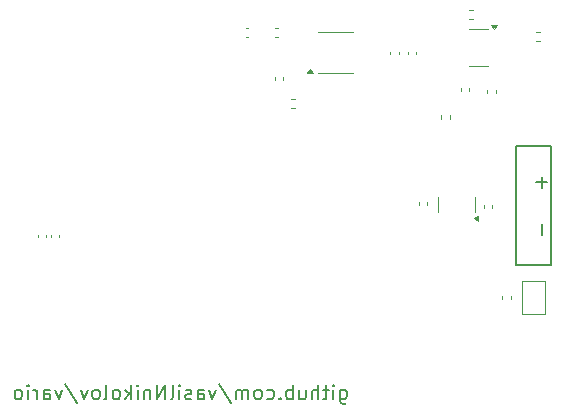
<source format=gbr>
%TF.GenerationSoftware,KiCad,Pcbnew,8.0.9-8.0.9-0~ubuntu24.04.1*%
%TF.CreationDate,2025-05-04T14:54:54+03:00*%
%TF.ProjectId,vario_kicad,76617269-6f5f-46b6-9963-61642e6b6963,rev?*%
%TF.SameCoordinates,Original*%
%TF.FileFunction,Legend,Bot*%
%TF.FilePolarity,Positive*%
%FSLAX46Y46*%
G04 Gerber Fmt 4.6, Leading zero omitted, Abs format (unit mm)*
G04 Created by KiCad (PCBNEW 8.0.9-8.0.9-0~ubuntu24.04.1) date 2025-05-04 14:54:54*
%MOMM*%
%LPD*%
G01*
G04 APERTURE LIST*
%ADD10C,0.200000*%
%ADD11C,0.120000*%
G04 APERTURE END LIST*
D10*
X148648422Y-144202742D02*
X148648422Y-145174171D01*
X148648422Y-145174171D02*
X148705564Y-145288457D01*
X148705564Y-145288457D02*
X148762707Y-145345600D01*
X148762707Y-145345600D02*
X148876993Y-145402742D01*
X148876993Y-145402742D02*
X149048422Y-145402742D01*
X149048422Y-145402742D02*
X149162707Y-145345600D01*
X148648422Y-144945600D02*
X148762707Y-145002742D01*
X148762707Y-145002742D02*
X148991279Y-145002742D01*
X148991279Y-145002742D02*
X149105564Y-144945600D01*
X149105564Y-144945600D02*
X149162707Y-144888457D01*
X149162707Y-144888457D02*
X149219850Y-144774171D01*
X149219850Y-144774171D02*
X149219850Y-144431314D01*
X149219850Y-144431314D02*
X149162707Y-144317028D01*
X149162707Y-144317028D02*
X149105564Y-144259885D01*
X149105564Y-144259885D02*
X148991279Y-144202742D01*
X148991279Y-144202742D02*
X148762707Y-144202742D01*
X148762707Y-144202742D02*
X148648422Y-144259885D01*
X148076993Y-145002742D02*
X148076993Y-144202742D01*
X148076993Y-143802742D02*
X148134136Y-143859885D01*
X148134136Y-143859885D02*
X148076993Y-143917028D01*
X148076993Y-143917028D02*
X148019850Y-143859885D01*
X148019850Y-143859885D02*
X148076993Y-143802742D01*
X148076993Y-143802742D02*
X148076993Y-143917028D01*
X147676993Y-144202742D02*
X147219850Y-144202742D01*
X147505564Y-143802742D02*
X147505564Y-144831314D01*
X147505564Y-144831314D02*
X147448421Y-144945600D01*
X147448421Y-144945600D02*
X147334136Y-145002742D01*
X147334136Y-145002742D02*
X147219850Y-145002742D01*
X146819850Y-145002742D02*
X146819850Y-143802742D01*
X146305565Y-145002742D02*
X146305565Y-144374171D01*
X146305565Y-144374171D02*
X146362707Y-144259885D01*
X146362707Y-144259885D02*
X146476993Y-144202742D01*
X146476993Y-144202742D02*
X146648422Y-144202742D01*
X146648422Y-144202742D02*
X146762707Y-144259885D01*
X146762707Y-144259885D02*
X146819850Y-144317028D01*
X145219851Y-144202742D02*
X145219851Y-145002742D01*
X145734136Y-144202742D02*
X145734136Y-144831314D01*
X145734136Y-144831314D02*
X145676993Y-144945600D01*
X145676993Y-144945600D02*
X145562708Y-145002742D01*
X145562708Y-145002742D02*
X145391279Y-145002742D01*
X145391279Y-145002742D02*
X145276993Y-144945600D01*
X145276993Y-144945600D02*
X145219851Y-144888457D01*
X144648422Y-145002742D02*
X144648422Y-143802742D01*
X144648422Y-144259885D02*
X144534137Y-144202742D01*
X144534137Y-144202742D02*
X144305565Y-144202742D01*
X144305565Y-144202742D02*
X144191279Y-144259885D01*
X144191279Y-144259885D02*
X144134137Y-144317028D01*
X144134137Y-144317028D02*
X144076994Y-144431314D01*
X144076994Y-144431314D02*
X144076994Y-144774171D01*
X144076994Y-144774171D02*
X144134137Y-144888457D01*
X144134137Y-144888457D02*
X144191279Y-144945600D01*
X144191279Y-144945600D02*
X144305565Y-145002742D01*
X144305565Y-145002742D02*
X144534137Y-145002742D01*
X144534137Y-145002742D02*
X144648422Y-144945600D01*
X143562708Y-144888457D02*
X143505565Y-144945600D01*
X143505565Y-144945600D02*
X143562708Y-145002742D01*
X143562708Y-145002742D02*
X143619851Y-144945600D01*
X143619851Y-144945600D02*
X143562708Y-144888457D01*
X143562708Y-144888457D02*
X143562708Y-145002742D01*
X142476994Y-144945600D02*
X142591279Y-145002742D01*
X142591279Y-145002742D02*
X142819851Y-145002742D01*
X142819851Y-145002742D02*
X142934136Y-144945600D01*
X142934136Y-144945600D02*
X142991279Y-144888457D01*
X142991279Y-144888457D02*
X143048422Y-144774171D01*
X143048422Y-144774171D02*
X143048422Y-144431314D01*
X143048422Y-144431314D02*
X142991279Y-144317028D01*
X142991279Y-144317028D02*
X142934136Y-144259885D01*
X142934136Y-144259885D02*
X142819851Y-144202742D01*
X142819851Y-144202742D02*
X142591279Y-144202742D01*
X142591279Y-144202742D02*
X142476994Y-144259885D01*
X141791280Y-145002742D02*
X141905565Y-144945600D01*
X141905565Y-144945600D02*
X141962708Y-144888457D01*
X141962708Y-144888457D02*
X142019851Y-144774171D01*
X142019851Y-144774171D02*
X142019851Y-144431314D01*
X142019851Y-144431314D02*
X141962708Y-144317028D01*
X141962708Y-144317028D02*
X141905565Y-144259885D01*
X141905565Y-144259885D02*
X141791280Y-144202742D01*
X141791280Y-144202742D02*
X141619851Y-144202742D01*
X141619851Y-144202742D02*
X141505565Y-144259885D01*
X141505565Y-144259885D02*
X141448423Y-144317028D01*
X141448423Y-144317028D02*
X141391280Y-144431314D01*
X141391280Y-144431314D02*
X141391280Y-144774171D01*
X141391280Y-144774171D02*
X141448423Y-144888457D01*
X141448423Y-144888457D02*
X141505565Y-144945600D01*
X141505565Y-144945600D02*
X141619851Y-145002742D01*
X141619851Y-145002742D02*
X141791280Y-145002742D01*
X140876994Y-145002742D02*
X140876994Y-144202742D01*
X140876994Y-144317028D02*
X140819851Y-144259885D01*
X140819851Y-144259885D02*
X140705566Y-144202742D01*
X140705566Y-144202742D02*
X140534137Y-144202742D01*
X140534137Y-144202742D02*
X140419851Y-144259885D01*
X140419851Y-144259885D02*
X140362709Y-144374171D01*
X140362709Y-144374171D02*
X140362709Y-145002742D01*
X140362709Y-144374171D02*
X140305566Y-144259885D01*
X140305566Y-144259885D02*
X140191280Y-144202742D01*
X140191280Y-144202742D02*
X140019851Y-144202742D01*
X140019851Y-144202742D02*
X139905566Y-144259885D01*
X139905566Y-144259885D02*
X139848423Y-144374171D01*
X139848423Y-144374171D02*
X139848423Y-145002742D01*
X138419851Y-143745600D02*
X139448423Y-145288457D01*
X138134137Y-144202742D02*
X137848423Y-145002742D01*
X137848423Y-145002742D02*
X137562708Y-144202742D01*
X136591280Y-145002742D02*
X136591280Y-144374171D01*
X136591280Y-144374171D02*
X136648422Y-144259885D01*
X136648422Y-144259885D02*
X136762708Y-144202742D01*
X136762708Y-144202742D02*
X136991280Y-144202742D01*
X136991280Y-144202742D02*
X137105565Y-144259885D01*
X136591280Y-144945600D02*
X136705565Y-145002742D01*
X136705565Y-145002742D02*
X136991280Y-145002742D01*
X136991280Y-145002742D02*
X137105565Y-144945600D01*
X137105565Y-144945600D02*
X137162708Y-144831314D01*
X137162708Y-144831314D02*
X137162708Y-144717028D01*
X137162708Y-144717028D02*
X137105565Y-144602742D01*
X137105565Y-144602742D02*
X136991280Y-144545600D01*
X136991280Y-144545600D02*
X136705565Y-144545600D01*
X136705565Y-144545600D02*
X136591280Y-144488457D01*
X136076994Y-144945600D02*
X135962708Y-145002742D01*
X135962708Y-145002742D02*
X135734137Y-145002742D01*
X135734137Y-145002742D02*
X135619851Y-144945600D01*
X135619851Y-144945600D02*
X135562708Y-144831314D01*
X135562708Y-144831314D02*
X135562708Y-144774171D01*
X135562708Y-144774171D02*
X135619851Y-144659885D01*
X135619851Y-144659885D02*
X135734137Y-144602742D01*
X135734137Y-144602742D02*
X135905566Y-144602742D01*
X135905566Y-144602742D02*
X136019851Y-144545600D01*
X136019851Y-144545600D02*
X136076994Y-144431314D01*
X136076994Y-144431314D02*
X136076994Y-144374171D01*
X136076994Y-144374171D02*
X136019851Y-144259885D01*
X136019851Y-144259885D02*
X135905566Y-144202742D01*
X135905566Y-144202742D02*
X135734137Y-144202742D01*
X135734137Y-144202742D02*
X135619851Y-144259885D01*
X135048422Y-145002742D02*
X135048422Y-144202742D01*
X135048422Y-143802742D02*
X135105565Y-143859885D01*
X135105565Y-143859885D02*
X135048422Y-143917028D01*
X135048422Y-143917028D02*
X134991279Y-143859885D01*
X134991279Y-143859885D02*
X135048422Y-143802742D01*
X135048422Y-143802742D02*
X135048422Y-143917028D01*
X134305565Y-145002742D02*
X134419850Y-144945600D01*
X134419850Y-144945600D02*
X134476993Y-144831314D01*
X134476993Y-144831314D02*
X134476993Y-143802742D01*
X133848422Y-145002742D02*
X133848422Y-143802742D01*
X133848422Y-143802742D02*
X133162708Y-145002742D01*
X133162708Y-145002742D02*
X133162708Y-143802742D01*
X132591279Y-144202742D02*
X132591279Y-145002742D01*
X132591279Y-144317028D02*
X132534136Y-144259885D01*
X132534136Y-144259885D02*
X132419851Y-144202742D01*
X132419851Y-144202742D02*
X132248422Y-144202742D01*
X132248422Y-144202742D02*
X132134136Y-144259885D01*
X132134136Y-144259885D02*
X132076994Y-144374171D01*
X132076994Y-144374171D02*
X132076994Y-145002742D01*
X131505565Y-145002742D02*
X131505565Y-144202742D01*
X131505565Y-143802742D02*
X131562708Y-143859885D01*
X131562708Y-143859885D02*
X131505565Y-143917028D01*
X131505565Y-143917028D02*
X131448422Y-143859885D01*
X131448422Y-143859885D02*
X131505565Y-143802742D01*
X131505565Y-143802742D02*
X131505565Y-143917028D01*
X130934136Y-145002742D02*
X130934136Y-143802742D01*
X130819851Y-144545600D02*
X130476993Y-145002742D01*
X130476993Y-144202742D02*
X130934136Y-144659885D01*
X129791279Y-145002742D02*
X129905564Y-144945600D01*
X129905564Y-144945600D02*
X129962707Y-144888457D01*
X129962707Y-144888457D02*
X130019850Y-144774171D01*
X130019850Y-144774171D02*
X130019850Y-144431314D01*
X130019850Y-144431314D02*
X129962707Y-144317028D01*
X129962707Y-144317028D02*
X129905564Y-144259885D01*
X129905564Y-144259885D02*
X129791279Y-144202742D01*
X129791279Y-144202742D02*
X129619850Y-144202742D01*
X129619850Y-144202742D02*
X129505564Y-144259885D01*
X129505564Y-144259885D02*
X129448422Y-144317028D01*
X129448422Y-144317028D02*
X129391279Y-144431314D01*
X129391279Y-144431314D02*
X129391279Y-144774171D01*
X129391279Y-144774171D02*
X129448422Y-144888457D01*
X129448422Y-144888457D02*
X129505564Y-144945600D01*
X129505564Y-144945600D02*
X129619850Y-145002742D01*
X129619850Y-145002742D02*
X129791279Y-145002742D01*
X128705565Y-145002742D02*
X128819850Y-144945600D01*
X128819850Y-144945600D02*
X128876993Y-144831314D01*
X128876993Y-144831314D02*
X128876993Y-143802742D01*
X128076994Y-145002742D02*
X128191279Y-144945600D01*
X128191279Y-144945600D02*
X128248422Y-144888457D01*
X128248422Y-144888457D02*
X128305565Y-144774171D01*
X128305565Y-144774171D02*
X128305565Y-144431314D01*
X128305565Y-144431314D02*
X128248422Y-144317028D01*
X128248422Y-144317028D02*
X128191279Y-144259885D01*
X128191279Y-144259885D02*
X128076994Y-144202742D01*
X128076994Y-144202742D02*
X127905565Y-144202742D01*
X127905565Y-144202742D02*
X127791279Y-144259885D01*
X127791279Y-144259885D02*
X127734137Y-144317028D01*
X127734137Y-144317028D02*
X127676994Y-144431314D01*
X127676994Y-144431314D02*
X127676994Y-144774171D01*
X127676994Y-144774171D02*
X127734137Y-144888457D01*
X127734137Y-144888457D02*
X127791279Y-144945600D01*
X127791279Y-144945600D02*
X127905565Y-145002742D01*
X127905565Y-145002742D02*
X128076994Y-145002742D01*
X127276994Y-144202742D02*
X126991280Y-145002742D01*
X126991280Y-145002742D02*
X126705565Y-144202742D01*
X125391279Y-143745600D02*
X126419851Y-145288457D01*
X125105565Y-144202742D02*
X124819851Y-145002742D01*
X124819851Y-145002742D02*
X124534136Y-144202742D01*
X123562708Y-145002742D02*
X123562708Y-144374171D01*
X123562708Y-144374171D02*
X123619850Y-144259885D01*
X123619850Y-144259885D02*
X123734136Y-144202742D01*
X123734136Y-144202742D02*
X123962708Y-144202742D01*
X123962708Y-144202742D02*
X124076993Y-144259885D01*
X123562708Y-144945600D02*
X123676993Y-145002742D01*
X123676993Y-145002742D02*
X123962708Y-145002742D01*
X123962708Y-145002742D02*
X124076993Y-144945600D01*
X124076993Y-144945600D02*
X124134136Y-144831314D01*
X124134136Y-144831314D02*
X124134136Y-144717028D01*
X124134136Y-144717028D02*
X124076993Y-144602742D01*
X124076993Y-144602742D02*
X123962708Y-144545600D01*
X123962708Y-144545600D02*
X123676993Y-144545600D01*
X123676993Y-144545600D02*
X123562708Y-144488457D01*
X122991279Y-145002742D02*
X122991279Y-144202742D01*
X122991279Y-144431314D02*
X122934136Y-144317028D01*
X122934136Y-144317028D02*
X122876994Y-144259885D01*
X122876994Y-144259885D02*
X122762708Y-144202742D01*
X122762708Y-144202742D02*
X122648422Y-144202742D01*
X122248422Y-145002742D02*
X122248422Y-144202742D01*
X122248422Y-143802742D02*
X122305565Y-143859885D01*
X122305565Y-143859885D02*
X122248422Y-143917028D01*
X122248422Y-143917028D02*
X122191279Y-143859885D01*
X122191279Y-143859885D02*
X122248422Y-143802742D01*
X122248422Y-143802742D02*
X122248422Y-143917028D01*
X121505565Y-145002742D02*
X121619850Y-144945600D01*
X121619850Y-144945600D02*
X121676993Y-144888457D01*
X121676993Y-144888457D02*
X121734136Y-144774171D01*
X121734136Y-144774171D02*
X121734136Y-144431314D01*
X121734136Y-144431314D02*
X121676993Y-144317028D01*
X121676993Y-144317028D02*
X121619850Y-144259885D01*
X121619850Y-144259885D02*
X121505565Y-144202742D01*
X121505565Y-144202742D02*
X121334136Y-144202742D01*
X121334136Y-144202742D02*
X121219850Y-144259885D01*
X121219850Y-144259885D02*
X121162708Y-144317028D01*
X121162708Y-144317028D02*
X121105565Y-144431314D01*
X121105565Y-144431314D02*
X121105565Y-144774171D01*
X121105565Y-144774171D02*
X121162708Y-144888457D01*
X121162708Y-144888457D02*
X121219850Y-144945600D01*
X121219850Y-144945600D02*
X121334136Y-145002742D01*
X121334136Y-145002742D02*
X121505565Y-145002742D01*
X165735600Y-130167292D02*
X165735600Y-131081578D01*
X165735600Y-126167292D02*
X165735600Y-127081578D01*
X166192742Y-126624435D02*
X165278457Y-126624435D01*
D11*
%TO.C,U1*%
X146775000Y-113875000D02*
X148275000Y-113875000D01*
X146775000Y-117375000D02*
X148275000Y-117375000D01*
X149775000Y-113875000D02*
X148275000Y-113875000D01*
X149775000Y-117375000D02*
X148275000Y-117375000D01*
X146327500Y-117390000D02*
X145847500Y-117390000D01*
X146087500Y-117060000D01*
X146327500Y-117390000D01*
G36*
X146327500Y-117390000D02*
G01*
X145847500Y-117390000D01*
X146087500Y-117060000D01*
X146327500Y-117390000D01*
G37*
%TO.C,C14*%
X158860000Y-118877836D02*
X158860000Y-118662164D01*
X159580000Y-118877836D02*
X159580000Y-118662164D01*
%TO.C,U8*%
X156950000Y-127877500D02*
X156950000Y-128527500D01*
X156950000Y-129177500D02*
X156950000Y-128527500D01*
X160070000Y-127877500D02*
X160070000Y-128527500D01*
X160070000Y-129177500D02*
X160070000Y-128527500D01*
X160350000Y-129930000D02*
X160020000Y-129690000D01*
X160350000Y-129450000D01*
X160350000Y-129930000D01*
G36*
X160350000Y-129930000D02*
G01*
X160020000Y-129690000D01*
X160350000Y-129450000D01*
X160350000Y-129930000D01*
G37*
%TO.C,JP2*%
X164040000Y-135015000D02*
X166040000Y-135015000D01*
X164040000Y-137815000D02*
X164040000Y-135015000D01*
X166040000Y-135015000D02*
X166040000Y-137815000D01*
X166040000Y-137815000D02*
X164040000Y-137815000D01*
%TO.C,R29*%
X159913641Y-112070000D02*
X159606359Y-112070000D01*
X159913641Y-112830000D02*
X159606359Y-112830000D01*
%TO.C,C19*%
X155300000Y-128332164D02*
X155300000Y-128547836D01*
X156020000Y-128332164D02*
X156020000Y-128547836D01*
%TO.C,C25*%
X123070000Y-131297836D02*
X123070000Y-131082164D01*
X123790000Y-131297836D02*
X123790000Y-131082164D01*
%TO.C,C9*%
X140682164Y-113610000D02*
X140897836Y-113610000D01*
X140682164Y-114330000D02*
X140897836Y-114330000D01*
%TO.C,R31*%
X162380000Y-136553641D02*
X162380000Y-136246359D01*
X163140000Y-136553641D02*
X163140000Y-136246359D01*
%TO.C,U7*%
X159562500Y-113630000D02*
X160362500Y-113630000D01*
X159562500Y-116750000D02*
X160362500Y-116750000D01*
X161162500Y-113630000D02*
X160362500Y-113630000D01*
X161162500Y-116750000D02*
X160362500Y-116750000D01*
X161662500Y-113680000D02*
X161422500Y-113350000D01*
X161902500Y-113350000D01*
X161662500Y-113680000D01*
G36*
X161662500Y-113680000D02*
G01*
X161422500Y-113350000D01*
X161902500Y-113350000D01*
X161662500Y-113680000D01*
G37*
%TO.C,R32*%
X161120000Y-119093641D02*
X161120000Y-118786359D01*
X161880000Y-119093641D02*
X161880000Y-118786359D01*
%TO.C,R33*%
X157210000Y-121283641D02*
X157210000Y-120976359D01*
X157970000Y-121283641D02*
X157970000Y-120976359D01*
%TO.C,C7*%
X143110000Y-117947836D02*
X143110000Y-117732164D01*
X143830000Y-117947836D02*
X143830000Y-117732164D01*
%TO.C,C11*%
X124170000Y-131307836D02*
X124170000Y-131092164D01*
X124890000Y-131307836D02*
X124890000Y-131092164D01*
%TO.C,R16*%
X144823641Y-119610000D02*
X144516359Y-119610000D01*
X144823641Y-120370000D02*
X144516359Y-120370000D01*
%TO.C,R18*%
X143106359Y-113590000D02*
X143413641Y-113590000D01*
X143106359Y-114350000D02*
X143413641Y-114350000D01*
%TO.C,BT2*%
D10*
X163550000Y-123600000D02*
X166550000Y-123600000D01*
X166550000Y-133600000D01*
X163550000Y-133600000D01*
X163550000Y-123600000D01*
D11*
%TO.C,C5*%
X152920000Y-115787836D02*
X152920000Y-115572164D01*
X153640000Y-115787836D02*
X153640000Y-115572164D01*
%TO.C,C18*%
X160820000Y-128777836D02*
X160820000Y-128562164D01*
X161540000Y-128777836D02*
X161540000Y-128562164D01*
%TO.C,C6*%
X154400000Y-115787836D02*
X154400000Y-115572164D01*
X155120000Y-115787836D02*
X155120000Y-115572164D01*
%TO.C,R28*%
X165236359Y-113920000D02*
X165543641Y-113920000D01*
X165236359Y-114680000D02*
X165543641Y-114680000D01*
%TD*%
M02*

</source>
